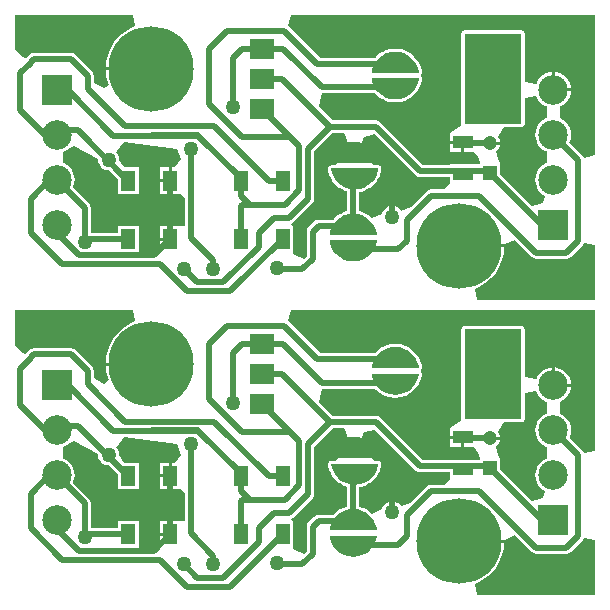
<source format=gbl>
%FSLAX44Y44*%
%MOMM*%
G71*
G01*
G75*
G04 Layer_Physical_Order=2*
G04 Layer_Color=16711680*
%ADD10R,1.7000X1.2500*%
%ADD11O,0.7000X2.5000*%
%ADD12C,1.5000*%
%ADD13C,0.5000*%
%ADD14C,7.2200*%
%ADD15R,1.2000X1.2000*%
%ADD16C,1.2000*%
%ADD17R,2.5000X2.5000*%
%ADD18C,2.5000*%
%ADD19C,1.2700*%
%ADD20R,1.2500X1.7000*%
%ADD21R,1.7000X1.1000*%
%ADD22R,2.0320X1.7780*%
%ADD23R,4.8440X7.6200*%
G36*
X312107Y115609D02*
X311964Y114159D01*
X310812Y110359D01*
X308940Y106858D01*
X306421Y103789D01*
X303352Y101270D01*
X299851Y99398D01*
X296051Y98246D01*
X292100Y97857D01*
X288149Y98246D01*
X284349Y99398D01*
X280848Y101270D01*
X277779Y103789D01*
X275260Y106858D01*
X273389Y110359D01*
X272236Y114159D01*
X272093Y115609D01*
X312100Y115610D01*
X312107Y115609D01*
D02*
G37*
G36*
X283779Y144743D02*
X286271Y137404D01*
X288149Y137974D01*
X292100Y138363D01*
X296051Y137974D01*
X297929Y137404D01*
X299551Y142182D01*
X309290Y144453D01*
X343876Y109866D01*
X345544Y108752D01*
X347510Y108361D01*
X372500D01*
X372500Y102920D01*
D01*
X367429Y97849D01*
X356870D01*
X354903Y97458D01*
X353236Y96344D01*
X339623Y82730D01*
X331615Y79413D01*
X330190Y81270D01*
Y81271D01*
X330190Y81270D01*
X328333Y82695D01*
X326171Y83591D01*
X325120Y83729D01*
Y74930D01*
X322580D01*
Y83729D01*
X321529Y83591D01*
X319367Y82695D01*
X317510Y81270D01*
X316085Y79413D01*
X315189Y77251D01*
X306794Y73473D01*
X306794D01*
X303725Y75992D01*
X303500Y76112D01*
X303303Y76274D01*
X299801Y78145D01*
X299557Y78219D01*
X299332Y78340D01*
X295969Y79360D01*
Y95635D01*
X296305Y95669D01*
X296549Y95743D01*
X296803Y95768D01*
X300602Y96920D01*
X300827Y97041D01*
X301071Y97114D01*
X304573Y98986D01*
X304770Y99148D01*
X304995Y99268D01*
X308064Y101787D01*
X308226Y101984D01*
X308423Y102146D01*
X310942Y105215D01*
X311062Y105440D01*
X311224Y105637D01*
X313095Y109139D01*
X313169Y109383D01*
X313290Y109608D01*
X313460Y110168D01*
X313460D01*
X313460Y110168D01*
X314442Y113407D01*
D01*
X314442Y113407D01*
X314442Y113407D01*
X314445Y113430D01*
X314467Y113661D01*
Y113661D01*
X314541Y113905D01*
X314541Y113905D01*
X314554Y114035D01*
X314684Y115355D01*
D01*
D01*
X314684Y115355D01*
X314669Y115507D01*
D01*
D01*
D01*
D01*
D01*
X314669Y115507D01*
Y115507D01*
X314683Y115578D01*
X314690Y115610D01*
D01*
D01*
D01*
D01*
D01*
D01*
D01*
Y115610D01*
X314690Y115610D01*
X314633Y115896D01*
X314605Y116293D01*
X314605Y116293D01*
D01*
X314605Y116293D01*
D01*
D01*
D01*
Y116293D01*
D01*
X314585Y116361D01*
X314514Y116494D01*
X314514Y116494D01*
X314514Y116494D01*
X314493Y116601D01*
X314326Y116850D01*
X314153Y117197D01*
X314126Y117221D01*
X314109Y117252D01*
X313995Y117345D01*
X313931Y117441D01*
X313669Y117616D01*
X313389Y117859D01*
X313355Y117871D01*
X313328Y117893D01*
X313195Y117934D01*
X313091Y118003D01*
X313091Y118003D01*
X313091Y118003D01*
X312762Y118068D01*
X312430Y118179D01*
X312424Y118180D01*
X312424Y118180D01*
D01*
D01*
D01*
X312420Y118179D01*
X312414Y118179D01*
X312414D01*
D01*
D01*
D01*
X312407Y118178D01*
X312391Y118177D01*
X312361Y118186D01*
X312361Y118187D01*
D01*
D01*
D01*
X312231Y118174D01*
X312231Y118174D01*
X312231Y118174D01*
D01*
D01*
X312100Y118200D01*
X312100Y118200D01*
D01*
D01*
X312100D01*
D01*
D01*
D01*
D01*
D01*
D01*
X308505Y118200D01*
X308505D01*
D01*
X306391Y120611D01*
X277810Y120610D01*
X275695Y118199D01*
X272093Y118199D01*
D01*
D01*
D01*
D01*
D01*
D01*
X272093D01*
D01*
D01*
X272093Y118199D01*
X271967Y118174D01*
X271967Y118174D01*
X271962Y118174D01*
D01*
D01*
D01*
D01*
D01*
X271962Y118174D01*
X271839Y118187D01*
D01*
D01*
D01*
D01*
D01*
D01*
D01*
X271839Y118186D01*
X271475Y118076D01*
X271102Y118002D01*
X271102Y118002D01*
D01*
D01*
D01*
D01*
D01*
D01*
Y118002D01*
D01*
X271102Y118002D01*
X271102Y118002D01*
X270995Y117930D01*
X270872Y117893D01*
X270578Y117652D01*
X270262Y117440D01*
X270191Y117333D01*
X270091Y117252D01*
X269912Y116917D01*
X269701Y116600D01*
X269675Y116474D01*
X269615Y116361D01*
X269615Y116361D01*
X269615D01*
X269615D01*
Y116361D01*
D01*
D01*
X269615D01*
Y116361D01*
X269578Y115982D01*
X269503Y115609D01*
X269503Y115609D01*
D01*
D01*
D01*
X269506Y115597D01*
X269511Y115570D01*
Y115570D01*
D01*
D01*
D01*
D01*
D01*
X269516Y115545D01*
X269517Y115543D01*
X269527Y115489D01*
Y115489D01*
D01*
D01*
D01*
D01*
D01*
X269528Y115487D01*
X269528Y115487D01*
X269528Y115483D01*
X269528Y115483D01*
X269516Y115355D01*
X269516Y115355D01*
D01*
D01*
X269646Y114035D01*
X269659Y113905D01*
X269659Y113905D01*
X269733Y113661D01*
Y113661D01*
X269755Y113430D01*
X269758Y113407D01*
X269758Y113407D01*
X269758Y113407D01*
D01*
X270741Y110167D01*
Y110167D01*
X270741D01*
X270910Y109608D01*
X271031Y109383D01*
X271105Y109139D01*
X272976Y105637D01*
X273138Y105440D01*
X273258Y105215D01*
X275777Y102146D01*
X275974Y101984D01*
X276136Y101787D01*
X279205Y99268D01*
X279430Y99148D01*
X279627Y98986D01*
X283129Y97114D01*
X283373Y97041D01*
X283598Y96920D01*
X285691Y96285D01*
Y79360D01*
X282328Y78340D01*
X282103Y78219D01*
X281859Y78145D01*
X278357Y76274D01*
X278160Y76112D01*
X277935Y75992D01*
X274866Y73473D01*
X274704Y73276D01*
X274507Y73114D01*
X273829Y72289D01*
X261460D01*
X259494Y71898D01*
X257826Y70784D01*
X252906Y65864D01*
X251792Y64197D01*
X251401Y62230D01*
X251401Y62230D01*
X251401D01*
X251401Y62230D01*
X251401D01*
Y41498D01*
X249139Y39236D01*
X239900Y43063D01*
Y44840D01*
X239900D01*
Y66920D01*
X239900D01*
X238187Y68912D01*
D01*
X238186Y68913D01*
X239854Y70026D01*
X256364Y86536D01*
X257478Y88203D01*
X257869Y90170D01*
X257869Y90170D01*
X257869Y90170D01*
Y90170D01*
Y130187D01*
X273673Y145991D01*
X283263D01*
X283779Y144743D01*
D02*
G37*
G36*
X294781Y77014D02*
X298581Y75862D01*
X302082Y73990D01*
X305151Y71471D01*
X307670Y68402D01*
X309541Y64901D01*
X310694Y61101D01*
X310837Y59651D01*
X270830Y59650D01*
X270823Y59651D01*
X270966Y61101D01*
X272118Y64901D01*
X273990Y68402D01*
X276509Y71471D01*
X279578Y73990D01*
X283079Y75862D01*
X286879Y77014D01*
X290830Y77403D01*
X294781Y77014D01*
D02*
G37*
G36*
X446038Y176367D02*
X447434Y173754D01*
X449314Y171464D01*
X451604Y169584D01*
X454217Y168188D01*
X454506Y168100D01*
Y158100D01*
X454217Y158012D01*
X451604Y156616D01*
X449314Y154736D01*
X447434Y152446D01*
X446038Y149833D01*
X445178Y146998D01*
X444887Y144050D01*
X445178Y141102D01*
X446038Y138267D01*
X447434Y135654D01*
X449314Y133364D01*
X451604Y131484D01*
X454217Y130088D01*
X454506Y130000D01*
Y120000D01*
X454217Y119912D01*
X451604Y118516D01*
X449314Y116636D01*
X447434Y114346D01*
X446038Y111733D01*
X445178Y108898D01*
X444887Y105950D01*
X445178Y103002D01*
X446038Y100167D01*
X447434Y97554D01*
X449314Y95264D01*
X451604Y93384D01*
X453089Y92590D01*
X451577Y86555D01*
X441940Y83888D01*
X414940Y110887D01*
Y120700D01*
X414532D01*
X411318Y130169D01*
X412491Y131069D01*
X413860Y132853D01*
X414720Y134931D01*
X414846Y135890D01*
X406400D01*
Y138430D01*
X414846D01*
X414720Y139389D01*
X413860Y141467D01*
X413365Y142112D01*
X416510Y148489D01*
X418498Y151080D01*
X433359D01*
X434351Y151277D01*
X435191Y151839D01*
X435752Y152679D01*
X435949Y153670D01*
Y175548D01*
X445841Y177015D01*
X446038Y176367D01*
D02*
G37*
G36*
X141339Y132490D02*
X145166Y123251D01*
X139947Y116450D01*
X137130D01*
Y105410D01*
Y94370D01*
X141206D01*
X141206Y94370D01*
X141206Y94370D01*
X144650Y94370D01*
X148277Y90743D01*
Y66920D01*
X148277D01*
X144650D01*
X141206Y66920D01*
X141206Y66920D01*
X141206Y66920D01*
X137130D01*
Y55880D01*
X135860D01*
Y54610D01*
X127070D01*
Y44840D01*
X127070Y44840D01*
D01*
X121779Y39549D01*
X109150D01*
Y44840D01*
X109150D01*
Y66920D01*
X91570D01*
Y61019D01*
X68639D01*
Y82450D01*
X68248Y84417D01*
X67134Y86084D01*
X53645Y99572D01*
X53962Y100167D01*
X54822Y103002D01*
X55113Y105950D01*
X54822Y108898D01*
X53962Y111733D01*
X52566Y114346D01*
X50686Y116636D01*
X48396Y118516D01*
X45783Y119912D01*
X45494Y120000D01*
Y129708D01*
X54072Y134849D01*
X74657Y123846D01*
X74907Y123596D01*
X74853Y123190D01*
X75159Y120869D01*
X76055Y118707D01*
X77480Y116850D01*
X79337Y115425D01*
X81499Y114529D01*
X83820Y114223D01*
X84226Y114277D01*
X91570Y106933D01*
Y94370D01*
X109150D01*
Y116450D01*
X96587D01*
X92787Y123190D01*
X92481Y125511D01*
X91585Y127673D01*
X90259Y129403D01*
X90611Y130118D01*
X96918Y138338D01*
X141339Y132490D01*
D02*
G37*
G36*
X495922Y126645D02*
X486078Y124687D01*
X484964Y126354D01*
X473645Y137673D01*
X473962Y138267D01*
X474822Y141102D01*
X475113Y144050D01*
X474822Y146998D01*
X473962Y149833D01*
X472566Y152446D01*
X470686Y154736D01*
X468396Y156616D01*
X465783Y158012D01*
X465494Y158100D01*
Y168100D01*
X465783Y168188D01*
X468396Y169584D01*
X470686Y171464D01*
X472566Y173754D01*
X473962Y176367D01*
X474822Y179202D01*
X474988Y180880D01*
X460000D01*
Y182150D01*
X458730D01*
Y197138D01*
X457052Y196972D01*
X454217Y196112D01*
X451604Y194716D01*
X449314Y192836D01*
X447434Y190546D01*
X446038Y187933D01*
X445841Y187285D01*
X435949Y188752D01*
Y229870D01*
X435752Y230861D01*
X435191Y231701D01*
X434351Y232263D01*
X433359Y232460D01*
X384919D01*
X383928Y232263D01*
X383088Y231701D01*
X382527Y230861D01*
X382330Y229870D01*
Y153670D01*
X382330Y153670D01*
X382330Y153670D01*
X382527Y152679D01*
X372531Y146000D01*
X372500D01*
Y139230D01*
X383540D01*
Y137960D01*
X384810D01*
Y129920D01*
X392814D01*
X396321Y125026D01*
X397860Y120700D01*
X397860D01*
Y119000D01*
X394580D01*
Y119000D01*
X372500D01*
Y118639D01*
X349639D01*
X313514Y154764D01*
X311847Y155878D01*
X309880Y156269D01*
X273673D01*
X261805Y168137D01*
X264000Y179171D01*
X309389D01*
X310067Y178346D01*
X310264Y178184D01*
X310426Y177987D01*
X313495Y175468D01*
X313720Y175348D01*
X313917Y175186D01*
X317419Y173314D01*
X317663Y173241D01*
X317888Y173120D01*
X321687Y171968D01*
X321941Y171943D01*
X322185Y171869D01*
X326136Y171479D01*
X326390Y171504D01*
X326644Y171479D01*
X330595Y171869D01*
X330839Y171943D01*
X331093Y171968D01*
X334892Y173120D01*
X335117Y173241D01*
X335361Y173314D01*
X338863Y175186D01*
X339060Y175348D01*
X339285Y175468D01*
X342354Y177987D01*
X342516Y178184D01*
X342713Y178346D01*
X345232Y181415D01*
X345352Y181640D01*
X345514Y181837D01*
X347385Y185339D01*
X347459Y185583D01*
X347580Y185808D01*
X348732Y189607D01*
X348757Y189861D01*
X348831Y190105D01*
X348974Y191555D01*
X348959Y191707D01*
X348980Y191810D01*
X348923Y192096D01*
X348895Y192493D01*
X348879Y192525D01*
X348875Y192561D01*
X348804Y192694D01*
X348783Y192801D01*
X348616Y193050D01*
X348443Y193397D01*
X348416Y193421D01*
X348399Y193452D01*
X348286Y193545D01*
X348286Y193545D01*
X348286D01*
X348399Y195168D01*
X348578Y195503D01*
X348789Y195820D01*
X348815Y195946D01*
X348875Y196059D01*
X348912Y196438D01*
X348987Y196811D01*
X348987Y196811D01*
X348964Y196924D01*
X348962Y196937D01*
X348974Y197065D01*
X348831Y198515D01*
X348757Y198759D01*
X348732Y199013D01*
X347580Y202812D01*
X347459Y203037D01*
X347385Y203281D01*
X345514Y206783D01*
X345352Y206980D01*
X345232Y207205D01*
X342713Y210274D01*
X342516Y210436D01*
X342354Y210633D01*
X339285Y213152D01*
X339060Y213272D01*
X338863Y213434D01*
X335361Y215306D01*
X335117Y215380D01*
X334892Y215500D01*
X331093Y216652D01*
X330839Y216677D01*
X330595Y216751D01*
X326644Y217141D01*
X326390Y217115D01*
X326136Y217141D01*
X322185Y216751D01*
X321941Y216677D01*
X321687Y216652D01*
X317888Y215500D01*
X317663Y215380D01*
X317419Y215306D01*
X313917Y213434D01*
X313720Y213272D01*
X313495Y213152D01*
X310426Y210633D01*
X310264Y210436D01*
X310067Y210274D01*
X309390Y209449D01*
X262638D01*
X236044Y236044D01*
X235582Y236352D01*
X238485Y245922D01*
X495922D01*
Y126645D01*
D02*
G37*
G36*
X442136Y40816D02*
X443803Y39702D01*
X445770Y39311D01*
X471170D01*
X473136Y39702D01*
X474804Y40816D01*
X484964Y50976D01*
X486078Y52643D01*
X495922Y50685D01*
Y4078D01*
X395736D01*
X393785Y13886D01*
X397596Y15465D01*
X402782Y18643D01*
X407407Y22593D01*
X411357Y27218D01*
X414535Y32404D01*
X416862Y38023D01*
X418282Y43937D01*
X418660Y48730D01*
X380000D01*
Y51270D01*
X419257D01*
X427762Y55191D01*
X442136Y40816D01*
D02*
G37*
G36*
X106215Y236114D02*
X102404Y234535D01*
X97218Y231357D01*
X92593Y227407D01*
X88643Y222782D01*
X85465Y217596D01*
X83138Y211978D01*
X81718Y206063D01*
X81341Y201270D01*
X120000D01*
Y198730D01*
X81341D01*
X81718Y193937D01*
X83138Y188023D01*
X83917Y186140D01*
X79998Y183522D01*
X71179Y188236D01*
Y194310D01*
X70788Y196276D01*
X70418Y196830D01*
X69674Y197944D01*
X55704Y211914D01*
X54036Y213028D01*
X52070Y213419D01*
X20192D01*
X18947Y213171D01*
X18226Y213028D01*
X18226Y213028D01*
X18226Y213028D01*
X17313Y212418D01*
X16559Y211914D01*
X14146Y209501D01*
X14146Y209501D01*
X14146Y209501D01*
X13685Y208811D01*
X13648Y208755D01*
X10789Y209622D01*
X4078Y216333D01*
Y245922D01*
X104264D01*
X106215Y236114D01*
D02*
G37*
G36*
X330341Y214174D02*
X334141Y213022D01*
X337642Y211150D01*
X340711Y208631D01*
X343230Y205562D01*
X345102Y202061D01*
X346254Y198261D01*
X346397Y196811D01*
X306390Y196810D01*
X306383Y196811D01*
X306526Y198261D01*
X307679Y202061D01*
X309550Y205562D01*
X312069Y208631D01*
X315138Y211150D01*
X318639Y213022D01*
X322439Y214174D01*
X326390Y214563D01*
X330341Y214174D01*
D02*
G37*
G36*
X310837Y54649D02*
X310694Y53199D01*
X309541Y49399D01*
X307670Y45898D01*
X305151Y42829D01*
X302082Y40310D01*
X298581Y38438D01*
X294781Y37286D01*
X290830Y36897D01*
X286879Y37286D01*
X283079Y38438D01*
X279578Y40310D01*
X276509Y42829D01*
X273990Y45898D01*
X272118Y49399D01*
X270966Y53199D01*
X270823Y54649D01*
X310830Y54650D01*
X310837Y54649D01*
D02*
G37*
G36*
X346397Y191809D02*
X346254Y190359D01*
X345102Y186559D01*
X343230Y183058D01*
X340711Y179989D01*
X337642Y177470D01*
X334141Y175599D01*
X330341Y174446D01*
X326390Y174057D01*
X322439Y174446D01*
X318639Y175599D01*
X315138Y177470D01*
X312069Y179989D01*
X309550Y183058D01*
X307679Y186559D01*
X306526Y190359D01*
X306383Y191809D01*
X346390Y191810D01*
X346397Y191809D01*
D02*
G37*
%LPC*%
G36*
X134590Y66920D02*
X127070D01*
Y57150D01*
X134590D01*
Y66920D01*
D02*
G37*
G36*
X382270Y136690D02*
X372500D01*
Y129920D01*
X382270D01*
Y136690D01*
D02*
G37*
G36*
X461270Y197138D02*
Y183420D01*
X474988D01*
X474822Y185098D01*
X473962Y187933D01*
X472566Y190546D01*
X470686Y192836D01*
X468396Y194716D01*
X465783Y196112D01*
X462948Y196972D01*
X461270Y197138D01*
D02*
G37*
G36*
X134590Y104140D02*
X127070D01*
Y94370D01*
X134590D01*
Y104140D01*
D02*
G37*
G36*
Y116450D02*
X127070D01*
Y106680D01*
X134590D01*
Y116450D01*
D02*
G37*
%LPD*%
G36*
X312107Y365609D02*
X311964Y364159D01*
X310812Y360359D01*
X308940Y356858D01*
X306421Y353789D01*
X303352Y351270D01*
X299851Y349398D01*
X296051Y348246D01*
X292100Y347857D01*
X288149Y348246D01*
X284349Y349398D01*
X280848Y351270D01*
X277779Y353789D01*
X275260Y356858D01*
X273389Y360359D01*
X272236Y364159D01*
X272093Y365609D01*
X312100Y365610D01*
X312107Y365609D01*
D02*
G37*
G36*
X283779Y394743D02*
X286271Y387404D01*
X288149Y387974D01*
X292100Y388363D01*
X296051Y387974D01*
X297929Y387404D01*
X299551Y392182D01*
X309290Y394453D01*
X343876Y359866D01*
X345544Y358752D01*
X347510Y358361D01*
X372500D01*
X372500Y352920D01*
D01*
X367429Y347849D01*
X356870D01*
X354903Y347458D01*
X353236Y346344D01*
X339623Y332730D01*
X331615Y329413D01*
X330190Y331270D01*
Y331270D01*
X330190Y331270D01*
X328333Y332695D01*
X326171Y333591D01*
X325120Y333730D01*
Y324930D01*
X322580D01*
Y333730D01*
X321529Y333591D01*
X319367Y332695D01*
X317510Y331270D01*
X316085Y329413D01*
X315189Y327251D01*
X306794Y323473D01*
X306794D01*
X303725Y325992D01*
X303500Y326112D01*
X303303Y326274D01*
X299801Y328145D01*
X299557Y328219D01*
X299332Y328340D01*
X295969Y329360D01*
Y345636D01*
X296305Y345669D01*
X296549Y345743D01*
X296803Y345768D01*
X300602Y346920D01*
X300827Y347040D01*
X301071Y347114D01*
X304573Y348986D01*
X304770Y349148D01*
X304995Y349268D01*
X308064Y351787D01*
X308226Y351984D01*
X308423Y352146D01*
X310942Y355215D01*
X311062Y355440D01*
X311224Y355637D01*
X313095Y359139D01*
X313169Y359383D01*
X313290Y359608D01*
X313460Y360168D01*
X313460D01*
X313460Y360168D01*
X314442Y363407D01*
D01*
X314442Y363407D01*
X314442Y363407D01*
X314445Y363430D01*
X314467Y363661D01*
Y363661D01*
X314541Y363905D01*
X314541Y363905D01*
X314554Y364035D01*
X314684Y365355D01*
D01*
D01*
X314684Y365355D01*
X314669Y365507D01*
D01*
D01*
D01*
D01*
D01*
X314669Y365507D01*
Y365507D01*
X314683Y365578D01*
X314690Y365610D01*
D01*
D01*
D01*
D01*
D01*
D01*
D01*
Y365610D01*
X314690Y365610D01*
X314633Y365896D01*
X314605Y366293D01*
X314605Y366293D01*
D01*
X314605Y366293D01*
D01*
D01*
D01*
Y366294D01*
D01*
X314585Y366361D01*
X314514Y366494D01*
X314514Y366494D01*
X314514Y366494D01*
X314493Y366601D01*
X314326Y366850D01*
X314153Y367197D01*
X314126Y367221D01*
X314109Y367252D01*
X313995Y367345D01*
X313931Y367441D01*
X313669Y367616D01*
X313389Y367859D01*
X313355Y367870D01*
X313328Y367893D01*
X313195Y367934D01*
X313091Y368003D01*
X313091Y368003D01*
X313091Y368003D01*
X312762Y368068D01*
X312430Y368179D01*
X312424Y368180D01*
X312424Y368180D01*
D01*
D01*
D01*
X312420Y368179D01*
X312414Y368179D01*
X312414D01*
D01*
D01*
D01*
X312407Y368178D01*
X312391Y368177D01*
X312361Y368186D01*
X312361Y368186D01*
D01*
D01*
D01*
X312231Y368174D01*
X312231Y368174D01*
X312231Y368174D01*
D01*
D01*
X312100Y368200D01*
X312100Y368200D01*
D01*
D01*
X312100D01*
D01*
D01*
D01*
D01*
D01*
D01*
X308505Y368200D01*
X308505D01*
D01*
X306391Y370611D01*
X277810Y370610D01*
X275695Y368199D01*
X272093Y368199D01*
D01*
D01*
D01*
D01*
D01*
D01*
X272093D01*
D01*
D01*
X272093Y368199D01*
X271967Y368174D01*
X271967Y368174D01*
X271962Y368174D01*
D01*
D01*
D01*
D01*
D01*
X271962Y368174D01*
X271839Y368186D01*
D01*
D01*
D01*
D01*
D01*
D01*
D01*
X271839Y368186D01*
X271475Y368076D01*
X271102Y368002D01*
X271102Y368002D01*
D01*
D01*
D01*
D01*
D01*
D01*
Y368002D01*
D01*
X271102Y368002D01*
X271102Y368002D01*
X270995Y367930D01*
X270872Y367893D01*
X270578Y367652D01*
X270262Y367440D01*
X270191Y367333D01*
X270091Y367252D01*
X269912Y366917D01*
X269701Y366600D01*
X269675Y366474D01*
X269615Y366361D01*
X269615Y366361D01*
X269615D01*
X269615D01*
Y366361D01*
D01*
D01*
X269615D01*
Y366361D01*
X269578Y365982D01*
X269503Y365609D01*
X269503Y365609D01*
D01*
D01*
D01*
X269506Y365597D01*
X269511Y365570D01*
Y365570D01*
D01*
D01*
D01*
D01*
D01*
X269516Y365545D01*
X269517Y365543D01*
X269527Y365489D01*
Y365489D01*
D01*
D01*
D01*
D01*
D01*
X269528Y365487D01*
X269528Y365487D01*
X269528Y365483D01*
X269528Y365483D01*
X269516Y365355D01*
X269516Y365355D01*
D01*
D01*
X269646Y364035D01*
X269659Y363905D01*
X269659Y363905D01*
X269733Y363661D01*
Y363661D01*
X269755Y363430D01*
X269758Y363407D01*
X269758Y363407D01*
X269758Y363407D01*
D01*
X270741Y360167D01*
Y360167D01*
X270741D01*
X270910Y359608D01*
X271031Y359383D01*
X271105Y359139D01*
X272976Y355637D01*
X273138Y355440D01*
X273258Y355215D01*
X275777Y352146D01*
X275974Y351984D01*
X276136Y351787D01*
X279205Y349268D01*
X279430Y349148D01*
X279627Y348986D01*
X283129Y347114D01*
X283373Y347040D01*
X283598Y346920D01*
X285691Y346285D01*
Y329360D01*
X282328Y328340D01*
X282103Y328219D01*
X281859Y328145D01*
X278357Y326274D01*
X278160Y326112D01*
X277935Y325992D01*
X274866Y323473D01*
X274704Y323276D01*
X274507Y323114D01*
X273829Y322289D01*
X261460D01*
X259494Y321898D01*
X257826Y320784D01*
X252906Y315864D01*
X251792Y314196D01*
X251401Y312230D01*
X251401Y312230D01*
X251401D01*
X251401Y312230D01*
X251401D01*
Y291499D01*
X249139Y289236D01*
X239900Y293063D01*
Y294840D01*
X239900D01*
Y316920D01*
X239900D01*
X238187Y318912D01*
D01*
X238186Y318913D01*
X239854Y320026D01*
X256364Y336536D01*
X257478Y338204D01*
X257869Y340170D01*
X257869Y340170D01*
X257869Y340170D01*
Y340170D01*
Y380187D01*
X273673Y395991D01*
X283263D01*
X283779Y394743D01*
D02*
G37*
G36*
X294781Y327014D02*
X298581Y325862D01*
X302082Y323990D01*
X305151Y321471D01*
X307670Y318402D01*
X309541Y314901D01*
X310694Y311101D01*
X310837Y309651D01*
X270830Y309650D01*
X270823Y309651D01*
X270966Y311101D01*
X272118Y314901D01*
X273990Y318402D01*
X276509Y321471D01*
X279578Y323990D01*
X283079Y325862D01*
X286879Y327014D01*
X290830Y327403D01*
X294781Y327014D01*
D02*
G37*
G36*
X446038Y426367D02*
X447434Y423754D01*
X449314Y421464D01*
X451604Y419584D01*
X454217Y418188D01*
X454506Y418100D01*
Y408100D01*
X454217Y408012D01*
X451604Y406616D01*
X449314Y404736D01*
X447434Y402446D01*
X446038Y399833D01*
X445178Y396998D01*
X444887Y394050D01*
X445178Y391102D01*
X446038Y388267D01*
X447434Y385654D01*
X449314Y383364D01*
X451604Y381484D01*
X454217Y380088D01*
X454506Y380000D01*
Y370000D01*
X454217Y369912D01*
X451604Y368516D01*
X449314Y366636D01*
X447434Y364346D01*
X446038Y361733D01*
X445178Y358898D01*
X444887Y355950D01*
X445178Y353002D01*
X446038Y350167D01*
X447434Y347554D01*
X449314Y345264D01*
X451604Y343384D01*
X453089Y342590D01*
X451577Y336555D01*
X441940Y333888D01*
X414940Y360887D01*
Y370700D01*
X414532D01*
X411318Y380169D01*
X412491Y381069D01*
X413860Y382853D01*
X414720Y384931D01*
X414846Y385890D01*
X406400D01*
Y388430D01*
X414846D01*
X414720Y389389D01*
X413860Y391467D01*
X413365Y392112D01*
X416510Y398489D01*
X418498Y401080D01*
X433359D01*
X434351Y401277D01*
X435191Y401839D01*
X435752Y402679D01*
X435949Y403670D01*
Y425548D01*
X445841Y427015D01*
X446038Y426367D01*
D02*
G37*
G36*
X141339Y382490D02*
X145166Y373251D01*
X139947Y366450D01*
X137130D01*
Y355410D01*
Y344370D01*
X141206D01*
X141206Y344370D01*
X141206Y344370D01*
X144650Y344370D01*
X148277Y340743D01*
Y316920D01*
X148277D01*
X144650D01*
X141206Y316920D01*
X141206Y316920D01*
X141206Y316920D01*
X137130D01*
Y305880D01*
X135860D01*
Y304610D01*
X127070D01*
Y294840D01*
X127070Y294840D01*
D01*
X121779Y289549D01*
X109150D01*
Y294840D01*
X109150D01*
Y316920D01*
X91570D01*
Y311019D01*
X68639D01*
Y332450D01*
X68248Y334417D01*
X67134Y336084D01*
X53645Y349572D01*
X53962Y350167D01*
X54822Y353002D01*
X55113Y355950D01*
X54822Y358898D01*
X53962Y361733D01*
X52566Y364346D01*
X50686Y366636D01*
X48396Y368516D01*
X45783Y369912D01*
X45494Y370000D01*
Y379708D01*
X54072Y384849D01*
X74657Y373846D01*
X74907Y373596D01*
X74853Y373190D01*
X75159Y370869D01*
X76055Y368707D01*
X77480Y366850D01*
X79337Y365425D01*
X81499Y364529D01*
X83820Y364223D01*
X84226Y364277D01*
X91570Y356933D01*
Y344370D01*
X109150D01*
Y366450D01*
X96587D01*
X92787Y373190D01*
X92481Y375511D01*
X91585Y377673D01*
X90259Y379403D01*
X90611Y380118D01*
X96918Y388338D01*
X141339Y382490D01*
D02*
G37*
G36*
X495922Y376645D02*
X486078Y374687D01*
X484964Y376354D01*
X473645Y387673D01*
X473962Y388267D01*
X474822Y391102D01*
X475113Y394050D01*
X474822Y396998D01*
X473962Y399833D01*
X472566Y402446D01*
X470686Y404736D01*
X468396Y406616D01*
X465783Y408012D01*
X465494Y408100D01*
Y418100D01*
X465783Y418188D01*
X468396Y419584D01*
X470686Y421464D01*
X472566Y423754D01*
X473962Y426367D01*
X474822Y429202D01*
X474988Y430880D01*
X460000D01*
Y432150D01*
X458730D01*
Y447138D01*
X457052Y446972D01*
X454217Y446112D01*
X451604Y444716D01*
X449314Y442836D01*
X447434Y440546D01*
X446038Y437933D01*
X445841Y437285D01*
X435949Y438752D01*
Y479870D01*
X435752Y480861D01*
X435191Y481701D01*
X434351Y482263D01*
X433359Y482460D01*
X384919D01*
X383928Y482263D01*
X383088Y481701D01*
X382527Y480861D01*
X382330Y479870D01*
Y403670D01*
X382330Y403670D01*
X382330Y403670D01*
X382527Y402679D01*
X372531Y396000D01*
X372500D01*
Y389230D01*
X383540D01*
Y387960D01*
X384810D01*
Y379920D01*
X392814D01*
X396321Y375026D01*
X397860Y370700D01*
X397860D01*
Y369000D01*
X394580D01*
Y369000D01*
X372500D01*
Y368639D01*
X349639D01*
X313514Y404764D01*
X311847Y405878D01*
X309880Y406269D01*
X273673D01*
X261805Y418137D01*
X264000Y429171D01*
X309389D01*
X310067Y428346D01*
X310264Y428184D01*
X310426Y427987D01*
X313495Y425468D01*
X313720Y425348D01*
X313917Y425186D01*
X317419Y423315D01*
X317663Y423241D01*
X317888Y423120D01*
X321687Y421968D01*
X321941Y421943D01*
X322185Y421869D01*
X326136Y421479D01*
X326390Y421505D01*
X326644Y421479D01*
X330595Y421869D01*
X330839Y421943D01*
X331093Y421968D01*
X334892Y423120D01*
X335117Y423241D01*
X335361Y423315D01*
X338863Y425186D01*
X339060Y425348D01*
X339285Y425468D01*
X342354Y427987D01*
X342516Y428184D01*
X342713Y428346D01*
X345232Y431415D01*
X345352Y431640D01*
X345514Y431837D01*
X347385Y435339D01*
X347459Y435583D01*
X347580Y435808D01*
X348732Y439607D01*
X348757Y439861D01*
X348831Y440105D01*
X348974Y441555D01*
X348959Y441707D01*
X348980Y441810D01*
X348923Y442096D01*
X348895Y442494D01*
X348879Y442525D01*
X348875Y442561D01*
X348804Y442694D01*
X348783Y442801D01*
X348616Y443050D01*
X348443Y443397D01*
X348416Y443421D01*
X348399Y443452D01*
X348286Y443545D01*
X348286Y443545D01*
X348286D01*
X348399Y445168D01*
X348578Y445503D01*
X348789Y445820D01*
X348815Y445946D01*
X348875Y446059D01*
X348912Y446438D01*
X348987Y446811D01*
X348987Y446811D01*
X348964Y446924D01*
X348962Y446937D01*
X348974Y447065D01*
X348831Y448515D01*
X348757Y448759D01*
X348732Y449013D01*
X347580Y452812D01*
X347459Y453037D01*
X347385Y453281D01*
X345514Y456783D01*
X345352Y456980D01*
X345232Y457205D01*
X342713Y460274D01*
X342516Y460436D01*
X342354Y460633D01*
X339285Y463152D01*
X339060Y463272D01*
X338863Y463434D01*
X335361Y465305D01*
X335117Y465379D01*
X334892Y465500D01*
X331093Y466652D01*
X330839Y466677D01*
X330595Y466751D01*
X326644Y467141D01*
X326390Y467116D01*
X326136Y467141D01*
X322185Y466751D01*
X321941Y466677D01*
X321687Y466652D01*
X317888Y465500D01*
X317663Y465379D01*
X317419Y465305D01*
X313917Y463434D01*
X313720Y463272D01*
X313495Y463152D01*
X310426Y460633D01*
X310264Y460436D01*
X310067Y460274D01*
X309390Y459449D01*
X262638D01*
X236044Y486044D01*
X235582Y486352D01*
X238485Y495922D01*
X495922D01*
Y376645D01*
D02*
G37*
G36*
X442136Y290816D02*
X443803Y289702D01*
X445770Y289311D01*
X471170D01*
X473136Y289702D01*
X474804Y290816D01*
X484964Y300976D01*
X486078Y302644D01*
X495922Y300685D01*
Y254078D01*
X395736D01*
X393785Y263886D01*
X397596Y265465D01*
X402782Y268643D01*
X407407Y272593D01*
X411357Y277218D01*
X414535Y282404D01*
X416862Y288023D01*
X418282Y293937D01*
X418660Y298730D01*
X380000D01*
Y301270D01*
X419257D01*
X427762Y305191D01*
X442136Y290816D01*
D02*
G37*
G36*
X106215Y486114D02*
X102404Y484535D01*
X97218Y481357D01*
X92593Y477407D01*
X88643Y472782D01*
X85465Y467597D01*
X83138Y461978D01*
X81718Y456063D01*
X81341Y451270D01*
X120000D01*
Y448730D01*
X81341D01*
X81718Y443937D01*
X83138Y438023D01*
X83917Y436140D01*
X79998Y433522D01*
X71179Y438236D01*
Y444310D01*
X70788Y446277D01*
X70418Y446830D01*
X69674Y447944D01*
X55704Y461914D01*
X54036Y463028D01*
X52070Y463419D01*
X20192D01*
X18947Y463171D01*
X18226Y463028D01*
X18226Y463028D01*
X18226Y463028D01*
X17313Y462417D01*
X16559Y461914D01*
X14146Y459501D01*
X14146Y459501D01*
X14146Y459501D01*
X13685Y458811D01*
X13648Y458755D01*
X10789Y459622D01*
X4078Y466333D01*
Y495922D01*
X104264D01*
X106215Y486114D01*
D02*
G37*
G36*
X330341Y464174D02*
X334141Y463022D01*
X337642Y461150D01*
X340711Y458631D01*
X343230Y455562D01*
X345102Y452061D01*
X346254Y448261D01*
X346397Y446811D01*
X306390Y446810D01*
X306383Y446811D01*
X306526Y448261D01*
X307679Y452061D01*
X309550Y455562D01*
X312069Y458631D01*
X315138Y461150D01*
X318639Y463022D01*
X322439Y464174D01*
X326390Y464563D01*
X330341Y464174D01*
D02*
G37*
G36*
X310837Y304649D02*
X310694Y303199D01*
X309541Y299400D01*
X307670Y295898D01*
X305151Y292829D01*
X302082Y290310D01*
X298581Y288438D01*
X294781Y287286D01*
X290830Y286897D01*
X286879Y287286D01*
X283079Y288438D01*
X279578Y290310D01*
X276509Y292829D01*
X273990Y295898D01*
X272118Y299400D01*
X270966Y303199D01*
X270823Y304649D01*
X310830Y304650D01*
X310837Y304649D01*
D02*
G37*
G36*
X346397Y441809D02*
X346254Y440359D01*
X345102Y436559D01*
X343230Y433058D01*
X340711Y429989D01*
X337642Y427470D01*
X334141Y425598D01*
X330341Y424446D01*
X326390Y424057D01*
X322439Y424446D01*
X318639Y425598D01*
X315138Y427470D01*
X312069Y429989D01*
X309550Y433058D01*
X307679Y436559D01*
X306526Y440359D01*
X306383Y441809D01*
X346390Y441810D01*
X346397Y441809D01*
D02*
G37*
%LPC*%
G36*
X134590Y316920D02*
X127070D01*
Y307150D01*
X134590D01*
Y316920D01*
D02*
G37*
G36*
X382270Y386690D02*
X372500D01*
Y379920D01*
X382270D01*
Y386690D01*
D02*
G37*
G36*
X461270Y447138D02*
Y433420D01*
X474988D01*
X474822Y435098D01*
X473962Y437933D01*
X472566Y440546D01*
X470686Y442836D01*
X468396Y444716D01*
X465783Y446112D01*
X462948Y446972D01*
X461270Y447138D01*
D02*
G37*
G36*
X134590Y354140D02*
X127070D01*
Y344370D01*
X134590D01*
Y354140D01*
D02*
G37*
G36*
Y366450D02*
X127070D01*
Y356680D01*
X134590D01*
Y366450D01*
D02*
G37*
%LPD*%
D12*
X292100Y108110D02*
D03*
Y128110D02*
D03*
X326390Y204310D02*
D03*
Y184310D02*
D03*
X290830Y47150D02*
D03*
Y67150D02*
D03*
X292100Y358110D02*
D03*
Y378110D02*
D03*
X326390Y454310D02*
D03*
Y434310D02*
D03*
X290830Y297150D02*
D03*
Y317150D02*
D03*
D13*
X450710Y67850D02*
X460000D01*
X406400Y112160D02*
X450710Y67850D01*
X460000D02*
X470000D01*
X48990Y182150D02*
X87630Y143510D01*
X30000Y182150D02*
X48990D01*
X33560Y105950D02*
X40000D01*
X196880Y85090D02*
X203200D01*
X195610Y105410D02*
Y107540D01*
Y55880D02*
Y83820D01*
X196880Y85090D01*
X195610Y92680D02*
Y105410D01*
X203200Y85090D02*
X232668D01*
X135860Y55880D02*
Y105410D01*
X195610Y92680D02*
X203200Y85090D01*
X232668D02*
X245190Y97612D01*
X159385Y143764D02*
X159640Y143510D01*
X290830Y67150D02*
Y106680D01*
X210820Y60960D02*
X223520Y73660D01*
X236220D01*
X252730Y90170D01*
X153416Y56642D02*
Y132080D01*
X159640Y143510D02*
X195610Y107540D01*
X120650Y143764D02*
X159385D01*
X87630Y143510D02*
X159640D01*
X20192Y208280D02*
X52070D01*
X66040Y182880D02*
X97616Y151304D01*
X66040Y182880D02*
Y194310D01*
X52070Y208280D02*
X66040Y194310D01*
X405060Y113500D02*
X406400Y112160D01*
X292100Y128110D02*
X316390D01*
X323850Y120650D01*
Y74930D02*
Y120650D01*
X261460Y67150D02*
X290830D01*
X256540Y62230D02*
X261460Y67150D01*
X256540Y39370D02*
Y62230D01*
X247650Y30480D02*
X256540Y39370D01*
X227330Y30480D02*
X247650D01*
X8890Y196120D02*
X17780Y205010D01*
Y205868D02*
X20192Y208280D01*
X17780Y205010D02*
Y205868D01*
X252730Y90170D02*
Y132315D01*
X271545Y151130D01*
X309880D01*
X210820Y49212D02*
Y60960D01*
X226060Y31750D02*
X227330Y30480D01*
X172212D02*
Y37846D01*
X153416Y56642D02*
X172212Y37846D01*
X180697Y19090D02*
X210820Y49212D01*
X186780Y11550D02*
X231110Y55880D01*
X309880Y151130D02*
X347510Y113500D01*
X405060D01*
X384340Y137160D02*
X406400D01*
X383540Y137960D02*
X384340Y137160D01*
X8890Y165160D02*
X30000Y144050D01*
Y147860D02*
X57910D01*
X8890Y165160D02*
Y196120D01*
X230905Y191770D02*
X271545Y151130D01*
X213360Y191770D02*
X230905D01*
X188722Y167386D02*
X189738Y166370D01*
X245190Y97612D02*
Y134540D01*
X188722Y167386D02*
Y209042D01*
X196850Y217170D01*
X460000Y144050D02*
X481330Y122720D01*
X471170Y44450D02*
X481330Y54610D01*
X445770Y44450D02*
X471170D01*
X397510Y92710D02*
X445770Y44450D01*
X356870Y92710D02*
X397510D01*
X336550Y72390D02*
X356870Y92710D01*
X336550Y54610D02*
Y72390D01*
X329090Y47150D02*
X336550Y54610D01*
X290830Y47150D02*
X329090D01*
X481330Y54610D02*
Y122720D01*
X147320Y30480D02*
X158710Y19090D01*
X180697D01*
X63500Y53340D02*
Y82450D01*
X40000Y105950D02*
X63500Y82450D01*
X66040Y55880D02*
X100360D01*
X150142Y11550D02*
X186780D01*
X127282Y34410D02*
X150142Y11550D01*
X40000Y60732D02*
Y67850D01*
Y60732D02*
X58782Y41950D01*
X121930D01*
X135860Y55880D01*
X17780Y60960D02*
Y90170D01*
X33560Y105950D01*
X17780Y60960D02*
X44330Y34410D01*
X127282D01*
X57910Y147860D02*
X100360Y105410D01*
X196850Y217170D02*
X231140D01*
X168910D02*
X184150Y232410D01*
X168910Y170180D02*
Y217170D01*
X219207Y105410D02*
X231110D01*
X97616Y151304D02*
X173313D01*
X219207Y105410D01*
X168910Y170180D02*
X196850Y142240D01*
X237490D01*
X213360Y166370D02*
X237490Y142240D01*
X245190Y134540D01*
X232410Y232410D02*
X260510Y204310D01*
X184150Y232410D02*
X232410D01*
X260510Y204310D02*
X326390D01*
X231140Y217170D02*
X264000Y184310D01*
X326390D01*
X450710Y317850D02*
X460000D01*
X406400Y362160D02*
X450710Y317850D01*
X460000D02*
X470000D01*
X48990Y432150D02*
X87630Y393510D01*
X30000Y432150D02*
X48990D01*
X33560Y355950D02*
X40000D01*
X196880Y335090D02*
X203200D01*
X195610Y355410D02*
Y357539D01*
Y305880D02*
Y333820D01*
X196880Y335090D01*
X195610Y342680D02*
Y355410D01*
X203200Y335090D02*
X232668D01*
X135860Y305880D02*
Y355410D01*
X195610Y342680D02*
X203200Y335090D01*
X232668D02*
X245190Y347612D01*
X159385Y393764D02*
X159640Y393510D01*
X290830Y317150D02*
Y356680D01*
X210820Y310960D02*
X223520Y323660D01*
X236220D01*
X252730Y340170D01*
X153416Y306642D02*
Y382080D01*
X159640Y393510D02*
X195610Y357539D01*
X120650Y393764D02*
X159385D01*
X87630Y393510D02*
X159640D01*
X20192Y458280D02*
X52070D01*
X66040Y432880D02*
X97616Y401304D01*
X66040Y432880D02*
Y444310D01*
X52070Y458280D02*
X66040Y444310D01*
X405060Y363500D02*
X406400Y362160D01*
X292100Y378110D02*
X316390D01*
X323850Y370650D01*
Y324930D02*
Y370650D01*
X261460Y317150D02*
X290830D01*
X256540Y312230D02*
X261460Y317150D01*
X256540Y289370D02*
Y312230D01*
X247650Y280480D02*
X256540Y289370D01*
X227330Y280480D02*
X247650D01*
X8890Y446120D02*
X17780Y455010D01*
Y455868D02*
X20192Y458280D01*
X17780Y455010D02*
Y455868D01*
X252730Y340170D02*
Y382315D01*
X271545Y401130D01*
X309880D01*
X210820Y299212D02*
Y310960D01*
X226060Y281750D02*
X227330Y280480D01*
X172212D02*
Y287846D01*
X153416Y306642D02*
X172212Y287846D01*
X180697Y269090D02*
X210820Y299212D01*
X186780Y261550D02*
X231110Y305880D01*
X309880Y401130D02*
X347510Y363500D01*
X405060D01*
X384340Y387160D02*
X406400D01*
X383540Y387960D02*
X384340Y387160D01*
X8890Y415160D02*
X30000Y394050D01*
Y397860D02*
X57910D01*
X8890Y415160D02*
Y446120D01*
X230905Y441770D02*
X271545Y401130D01*
X213360Y441770D02*
X230905D01*
X188722Y417386D02*
X189738Y416370D01*
X245190Y347612D02*
Y384540D01*
X188722Y417386D02*
Y459042D01*
X196850Y467170D01*
X460000Y394050D02*
X481330Y372720D01*
X471170Y294450D02*
X481330Y304610D01*
X445770Y294450D02*
X471170D01*
X397510Y342710D02*
X445770Y294450D01*
X356870Y342710D02*
X397510D01*
X336550Y322390D02*
X356870Y342710D01*
X336550Y304610D02*
Y322390D01*
X329090Y297150D02*
X336550Y304610D01*
X290830Y297150D02*
X329090D01*
X481330Y304610D02*
Y372720D01*
X147320Y280480D02*
X158710Y269090D01*
X180697D01*
X63500Y303340D02*
Y332450D01*
X40000Y355950D02*
X63500Y332450D01*
X66040Y305880D02*
X100360D01*
X150142Y261550D02*
X186780D01*
X127282Y284410D02*
X150142Y261550D01*
X40000Y310732D02*
Y317850D01*
Y310732D02*
X58782Y291950D01*
X121930D01*
X135860Y305880D01*
X17780Y310960D02*
Y340170D01*
X33560Y355950D01*
X17780Y310960D02*
X44330Y284410D01*
X127282D01*
X57910Y397860D02*
X100360Y355410D01*
X196850Y467170D02*
X231140D01*
X168910D02*
X184150Y482410D01*
X168910Y420180D02*
Y467170D01*
X219207Y355410D02*
X231110D01*
X97616Y401304D02*
X173313D01*
X219207Y355410D01*
X168910Y420180D02*
X196850Y392240D01*
X237490D01*
X213360Y416370D02*
X237490Y392240D01*
X245190Y384540D01*
X232410Y482410D02*
X260510Y454310D01*
X184150Y482410D02*
X232410D01*
X260510Y454310D02*
X326390D01*
X231140Y467170D02*
X264000Y434310D01*
X326390D01*
D14*
X380000Y50000D02*
D03*
X120000Y200000D02*
D03*
X380000Y300000D02*
D03*
X120000Y450000D02*
D03*
D15*
X406400Y112160D02*
D03*
Y362160D02*
D03*
D16*
Y137160D02*
D03*
Y387160D02*
D03*
D17*
X460000Y67850D02*
D03*
X40000Y182150D02*
D03*
X460000Y317850D02*
D03*
X40000Y432150D02*
D03*
D18*
X460000Y105950D02*
D03*
Y144050D02*
D03*
Y182150D02*
D03*
X40000Y144050D02*
D03*
Y105950D02*
D03*
Y67850D02*
D03*
X460000Y355950D02*
D03*
Y394050D02*
D03*
Y432150D02*
D03*
X40000Y394050D02*
D03*
Y355950D02*
D03*
Y317850D02*
D03*
D19*
X188722Y167386D02*
D03*
X147320Y30480D02*
D03*
X172212D02*
D03*
X83820Y123190D02*
D03*
X323850Y74930D02*
D03*
X153416Y132080D02*
D03*
X226060Y31750D02*
D03*
X63500Y53340D02*
D03*
X188722Y417386D02*
D03*
X147320Y280480D02*
D03*
X172212D02*
D03*
X83820Y373190D02*
D03*
X323850Y324930D02*
D03*
X153416Y382080D02*
D03*
X226060Y281750D02*
D03*
X63500Y303340D02*
D03*
D20*
X231110Y105410D02*
D03*
X195610D02*
D03*
X135860D02*
D03*
X100360D02*
D03*
X231110Y55880D02*
D03*
X195610D02*
D03*
X135860D02*
D03*
X100360D02*
D03*
X231110Y355410D02*
D03*
X195610D02*
D03*
X135860D02*
D03*
X100360D02*
D03*
X231110Y305880D02*
D03*
X195610D02*
D03*
X135860D02*
D03*
X100360D02*
D03*
D21*
X383540Y110960D02*
D03*
Y137960D02*
D03*
Y360960D02*
D03*
Y387960D02*
D03*
D22*
X213360Y166370D02*
D03*
Y191770D02*
D03*
Y217170D02*
D03*
Y416370D02*
D03*
Y441770D02*
D03*
Y467170D02*
D03*
D23*
X409139Y191770D02*
D03*
Y441770D02*
D03*
M02*

</source>
